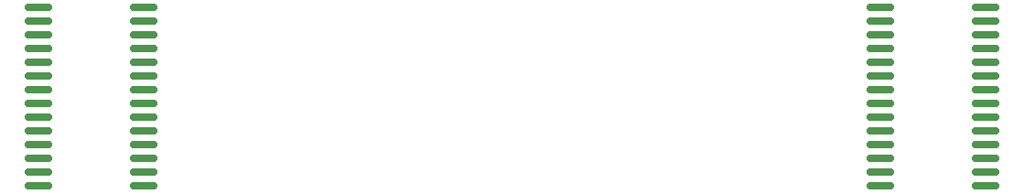
<source format=gbr>
%TF.GenerationSoftware,KiCad,Pcbnew,7.0.2-0*%
%TF.CreationDate,2024-02-08T13:36:38+00:00*%
%TF.ProjectId,plugboard,706c7567-626f-4617-9264-2e6b69636164,rev?*%
%TF.SameCoordinates,PX1312d00PY68e7780*%
%TF.FileFunction,Paste,Top*%
%TF.FilePolarity,Positive*%
%FSLAX46Y46*%
G04 Gerber Fmt 4.6, Leading zero omitted, Abs format (unit mm)*
G04 Created by KiCad (PCBNEW 7.0.2-0) date 2024-02-08 13:36:38*
%MOMM*%
%LPD*%
G01*
G04 APERTURE LIST*
G04 Aperture macros list*
%AMRoundRect*
0 Rectangle with rounded corners*
0 $1 Rounding radius*
0 $2 $3 $4 $5 $6 $7 $8 $9 X,Y pos of 4 corners*
0 Add a 4 corners polygon primitive as box body*
4,1,4,$2,$3,$4,$5,$6,$7,$8,$9,$2,$3,0*
0 Add four circle primitives for the rounded corners*
1,1,$1+$1,$2,$3*
1,1,$1+$1,$4,$5*
1,1,$1+$1,$6,$7*
1,1,$1+$1,$8,$9*
0 Add four rect primitives between the rounded corners*
20,1,$1+$1,$2,$3,$4,$5,0*
20,1,$1+$1,$4,$5,$6,$7,0*
20,1,$1+$1,$6,$7,$8,$9,0*
20,1,$1+$1,$8,$9,$2,$3,0*%
G04 Aperture macros list end*
%ADD10RoundRect,0.150000X-1.125000X-0.150000X1.125000X-0.150000X1.125000X0.150000X-1.125000X0.150000X0*%
G04 APERTURE END LIST*
D10*
%TO.C,U1*%
X82722000Y20333000D03*
X82722000Y19063000D03*
X82722000Y17793000D03*
X82722000Y16523000D03*
X82722000Y15253000D03*
X82722000Y13983000D03*
X82722000Y12713000D03*
X82722000Y11443000D03*
X82722000Y10173000D03*
X82722000Y8903000D03*
X82722000Y7633000D03*
X82722000Y6363000D03*
X82722000Y5093000D03*
X82722000Y3823000D03*
X92522000Y3828000D03*
X92522000Y5098000D03*
X92522000Y6368000D03*
X92522000Y7638000D03*
X92522000Y8908000D03*
X92522000Y10178000D03*
X92522000Y11448000D03*
X92522000Y12718000D03*
X92522000Y13988000D03*
X92522000Y15258000D03*
X92522000Y16528000D03*
X92522000Y17798000D03*
X92522000Y19068000D03*
X92522000Y20338000D03*
%TD*%
%TO.C,U2*%
X160600000Y20338000D03*
X160600000Y19068000D03*
X160600000Y17798000D03*
X160600000Y16528000D03*
X160600000Y15258000D03*
X160600000Y13988000D03*
X160600000Y12718000D03*
X160600000Y11448000D03*
X160600000Y10178000D03*
X160600000Y8908000D03*
X160600000Y7638000D03*
X160600000Y6368000D03*
X160600000Y5098000D03*
X160600000Y3828000D03*
X170400000Y3833000D03*
X170400000Y5103000D03*
X170400000Y6373000D03*
X170400000Y7643000D03*
X170400000Y8913000D03*
X170400000Y10183000D03*
X170400000Y11453000D03*
X170400000Y12723000D03*
X170400000Y13993000D03*
X170400000Y15263000D03*
X170400000Y16533000D03*
X170400000Y17803000D03*
X170400000Y19073000D03*
X170400000Y20343000D03*
%TD*%
M02*

</source>
